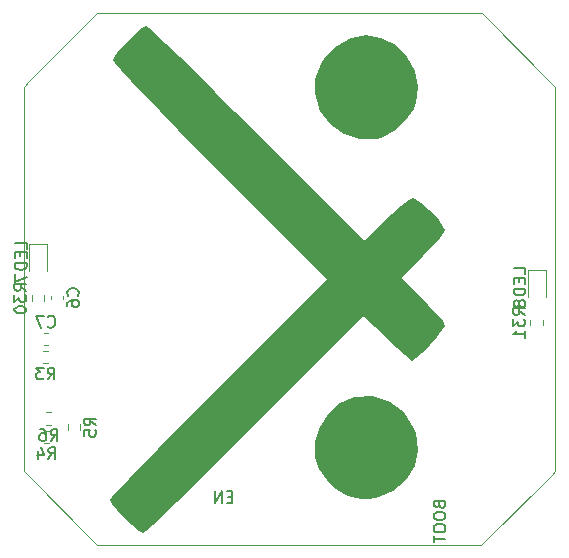
<source format=gbo>
G04 #@! TF.GenerationSoftware,KiCad,Pcbnew,9.0.1*
G04 #@! TF.CreationDate,2025-04-25T12:08:24+05:30*
G04 #@! TF.ProjectId,esp32_quad_baro_bootser_nousb_BMP,65737033-325f-4717-9561-645f6261726f,rev?*
G04 #@! TF.SameCoordinates,Original*
G04 #@! TF.FileFunction,Legend,Bot*
G04 #@! TF.FilePolarity,Positive*
%FSLAX46Y46*%
G04 Gerber Fmt 4.6, Leading zero omitted, Abs format (unit mm)*
G04 Created by KiCad (PCBNEW 9.0.1) date 2025-04-25 12:08:24*
%MOMM*%
%LPD*%
G01*
G04 APERTURE LIST*
%ADD10C,0.150000*%
%ADD11C,0.120000*%
%ADD12C,0.000000*%
G04 #@! TA.AperFunction,Profile*
%ADD13C,0.025400*%
G04 #@! TD*
G04 APERTURE END LIST*
D10*
X126053220Y-104956009D02*
X125719887Y-104956009D01*
X125577030Y-105479819D02*
X126053220Y-105479819D01*
X126053220Y-105479819D02*
X126053220Y-104479819D01*
X126053220Y-104479819D02*
X125577030Y-104479819D01*
X125148458Y-105479819D02*
X125148458Y-104479819D01*
X125148458Y-104479819D02*
X124577030Y-105479819D01*
X124577030Y-105479819D02*
X124577030Y-104479819D01*
X143576009Y-105640112D02*
X143623628Y-105782969D01*
X143623628Y-105782969D02*
X143671247Y-105830588D01*
X143671247Y-105830588D02*
X143766485Y-105878207D01*
X143766485Y-105878207D02*
X143909342Y-105878207D01*
X143909342Y-105878207D02*
X144004580Y-105830588D01*
X144004580Y-105830588D02*
X144052200Y-105782969D01*
X144052200Y-105782969D02*
X144099819Y-105687731D01*
X144099819Y-105687731D02*
X144099819Y-105306779D01*
X144099819Y-105306779D02*
X143099819Y-105306779D01*
X143099819Y-105306779D02*
X143099819Y-105640112D01*
X143099819Y-105640112D02*
X143147438Y-105735350D01*
X143147438Y-105735350D02*
X143195057Y-105782969D01*
X143195057Y-105782969D02*
X143290295Y-105830588D01*
X143290295Y-105830588D02*
X143385533Y-105830588D01*
X143385533Y-105830588D02*
X143480771Y-105782969D01*
X143480771Y-105782969D02*
X143528390Y-105735350D01*
X143528390Y-105735350D02*
X143576009Y-105640112D01*
X143576009Y-105640112D02*
X143576009Y-105306779D01*
X143099819Y-106497255D02*
X143099819Y-106687731D01*
X143099819Y-106687731D02*
X143147438Y-106782969D01*
X143147438Y-106782969D02*
X143242676Y-106878207D01*
X143242676Y-106878207D02*
X143433152Y-106925826D01*
X143433152Y-106925826D02*
X143766485Y-106925826D01*
X143766485Y-106925826D02*
X143956961Y-106878207D01*
X143956961Y-106878207D02*
X144052200Y-106782969D01*
X144052200Y-106782969D02*
X144099819Y-106687731D01*
X144099819Y-106687731D02*
X144099819Y-106497255D01*
X144099819Y-106497255D02*
X144052200Y-106402017D01*
X144052200Y-106402017D02*
X143956961Y-106306779D01*
X143956961Y-106306779D02*
X143766485Y-106259160D01*
X143766485Y-106259160D02*
X143433152Y-106259160D01*
X143433152Y-106259160D02*
X143242676Y-106306779D01*
X143242676Y-106306779D02*
X143147438Y-106402017D01*
X143147438Y-106402017D02*
X143099819Y-106497255D01*
X143099819Y-107544874D02*
X143099819Y-107735350D01*
X143099819Y-107735350D02*
X143147438Y-107830588D01*
X143147438Y-107830588D02*
X143242676Y-107925826D01*
X143242676Y-107925826D02*
X143433152Y-107973445D01*
X143433152Y-107973445D02*
X143766485Y-107973445D01*
X143766485Y-107973445D02*
X143956961Y-107925826D01*
X143956961Y-107925826D02*
X144052200Y-107830588D01*
X144052200Y-107830588D02*
X144099819Y-107735350D01*
X144099819Y-107735350D02*
X144099819Y-107544874D01*
X144099819Y-107544874D02*
X144052200Y-107449636D01*
X144052200Y-107449636D02*
X143956961Y-107354398D01*
X143956961Y-107354398D02*
X143766485Y-107306779D01*
X143766485Y-107306779D02*
X143433152Y-107306779D01*
X143433152Y-107306779D02*
X143242676Y-107354398D01*
X143242676Y-107354398D02*
X143147438Y-107449636D01*
X143147438Y-107449636D02*
X143099819Y-107544874D01*
X143099819Y-108259160D02*
X143099819Y-108830588D01*
X144099819Y-108544874D02*
X143099819Y-108544874D01*
X110431666Y-90539580D02*
X110479285Y-90587200D01*
X110479285Y-90587200D02*
X110622142Y-90634819D01*
X110622142Y-90634819D02*
X110717380Y-90634819D01*
X110717380Y-90634819D02*
X110860237Y-90587200D01*
X110860237Y-90587200D02*
X110955475Y-90491961D01*
X110955475Y-90491961D02*
X111003094Y-90396723D01*
X111003094Y-90396723D02*
X111050713Y-90206247D01*
X111050713Y-90206247D02*
X111050713Y-90063390D01*
X111050713Y-90063390D02*
X111003094Y-89872914D01*
X111003094Y-89872914D02*
X110955475Y-89777676D01*
X110955475Y-89777676D02*
X110860237Y-89682438D01*
X110860237Y-89682438D02*
X110717380Y-89634819D01*
X110717380Y-89634819D02*
X110622142Y-89634819D01*
X110622142Y-89634819D02*
X110479285Y-89682438D01*
X110479285Y-89682438D02*
X110431666Y-89730057D01*
X110098332Y-89634819D02*
X109431666Y-89634819D01*
X109431666Y-89634819D02*
X109860237Y-90634819D01*
X108634819Y-83943452D02*
X108634819Y-83467262D01*
X108634819Y-83467262D02*
X107634819Y-83467262D01*
X108111009Y-84276786D02*
X108111009Y-84610119D01*
X108634819Y-84752976D02*
X108634819Y-84276786D01*
X108634819Y-84276786D02*
X107634819Y-84276786D01*
X107634819Y-84276786D02*
X107634819Y-84752976D01*
X108634819Y-85181548D02*
X107634819Y-85181548D01*
X107634819Y-85181548D02*
X107634819Y-85419643D01*
X107634819Y-85419643D02*
X107682438Y-85562500D01*
X107682438Y-85562500D02*
X107777676Y-85657738D01*
X107777676Y-85657738D02*
X107872914Y-85705357D01*
X107872914Y-85705357D02*
X108063390Y-85752976D01*
X108063390Y-85752976D02*
X108206247Y-85752976D01*
X108206247Y-85752976D02*
X108396723Y-85705357D01*
X108396723Y-85705357D02*
X108491961Y-85657738D01*
X108491961Y-85657738D02*
X108587200Y-85562500D01*
X108587200Y-85562500D02*
X108634819Y-85419643D01*
X108634819Y-85419643D02*
X108634819Y-85181548D01*
X107634819Y-86086310D02*
X107634819Y-86752976D01*
X107634819Y-86752976D02*
X108634819Y-86324405D01*
X110481666Y-101774819D02*
X110814999Y-101298628D01*
X111053094Y-101774819D02*
X111053094Y-100774819D01*
X111053094Y-100774819D02*
X110672142Y-100774819D01*
X110672142Y-100774819D02*
X110576904Y-100822438D01*
X110576904Y-100822438D02*
X110529285Y-100870057D01*
X110529285Y-100870057D02*
X110481666Y-100965295D01*
X110481666Y-100965295D02*
X110481666Y-101108152D01*
X110481666Y-101108152D02*
X110529285Y-101203390D01*
X110529285Y-101203390D02*
X110576904Y-101251009D01*
X110576904Y-101251009D02*
X110672142Y-101298628D01*
X110672142Y-101298628D02*
X111053094Y-101298628D01*
X109624523Y-101108152D02*
X109624523Y-101774819D01*
X109862618Y-100727200D02*
X110100713Y-101441485D01*
X110100713Y-101441485D02*
X109481666Y-101441485D01*
X114504819Y-98908333D02*
X114028628Y-98575000D01*
X114504819Y-98336905D02*
X113504819Y-98336905D01*
X113504819Y-98336905D02*
X113504819Y-98717857D01*
X113504819Y-98717857D02*
X113552438Y-98813095D01*
X113552438Y-98813095D02*
X113600057Y-98860714D01*
X113600057Y-98860714D02*
X113695295Y-98908333D01*
X113695295Y-98908333D02*
X113838152Y-98908333D01*
X113838152Y-98908333D02*
X113933390Y-98860714D01*
X113933390Y-98860714D02*
X113981009Y-98813095D01*
X113981009Y-98813095D02*
X114028628Y-98717857D01*
X114028628Y-98717857D02*
X114028628Y-98336905D01*
X113504819Y-99813095D02*
X113504819Y-99336905D01*
X113504819Y-99336905D02*
X113981009Y-99289286D01*
X113981009Y-99289286D02*
X113933390Y-99336905D01*
X113933390Y-99336905D02*
X113885771Y-99432143D01*
X113885771Y-99432143D02*
X113885771Y-99670238D01*
X113885771Y-99670238D02*
X113933390Y-99765476D01*
X113933390Y-99765476D02*
X113981009Y-99813095D01*
X113981009Y-99813095D02*
X114076247Y-99860714D01*
X114076247Y-99860714D02*
X114314342Y-99860714D01*
X114314342Y-99860714D02*
X114409580Y-99813095D01*
X114409580Y-99813095D02*
X114457200Y-99765476D01*
X114457200Y-99765476D02*
X114504819Y-99670238D01*
X114504819Y-99670238D02*
X114504819Y-99432143D01*
X114504819Y-99432143D02*
X114457200Y-99336905D01*
X114457200Y-99336905D02*
X114409580Y-99289286D01*
X112979580Y-87928333D02*
X113027200Y-87880714D01*
X113027200Y-87880714D02*
X113074819Y-87737857D01*
X113074819Y-87737857D02*
X113074819Y-87642619D01*
X113074819Y-87642619D02*
X113027200Y-87499762D01*
X113027200Y-87499762D02*
X112931961Y-87404524D01*
X112931961Y-87404524D02*
X112836723Y-87356905D01*
X112836723Y-87356905D02*
X112646247Y-87309286D01*
X112646247Y-87309286D02*
X112503390Y-87309286D01*
X112503390Y-87309286D02*
X112312914Y-87356905D01*
X112312914Y-87356905D02*
X112217676Y-87404524D01*
X112217676Y-87404524D02*
X112122438Y-87499762D01*
X112122438Y-87499762D02*
X112074819Y-87642619D01*
X112074819Y-87642619D02*
X112074819Y-87737857D01*
X112074819Y-87737857D02*
X112122438Y-87880714D01*
X112122438Y-87880714D02*
X112170057Y-87928333D01*
X112074819Y-88785476D02*
X112074819Y-88595000D01*
X112074819Y-88595000D02*
X112122438Y-88499762D01*
X112122438Y-88499762D02*
X112170057Y-88452143D01*
X112170057Y-88452143D02*
X112312914Y-88356905D01*
X112312914Y-88356905D02*
X112503390Y-88309286D01*
X112503390Y-88309286D02*
X112884342Y-88309286D01*
X112884342Y-88309286D02*
X112979580Y-88356905D01*
X112979580Y-88356905D02*
X113027200Y-88404524D01*
X113027200Y-88404524D02*
X113074819Y-88499762D01*
X113074819Y-88499762D02*
X113074819Y-88690238D01*
X113074819Y-88690238D02*
X113027200Y-88785476D01*
X113027200Y-88785476D02*
X112979580Y-88833095D01*
X112979580Y-88833095D02*
X112884342Y-88880714D01*
X112884342Y-88880714D02*
X112646247Y-88880714D01*
X112646247Y-88880714D02*
X112551009Y-88833095D01*
X112551009Y-88833095D02*
X112503390Y-88785476D01*
X112503390Y-88785476D02*
X112455771Y-88690238D01*
X112455771Y-88690238D02*
X112455771Y-88499762D01*
X112455771Y-88499762D02*
X112503390Y-88404524D01*
X112503390Y-88404524D02*
X112551009Y-88356905D01*
X112551009Y-88356905D02*
X112646247Y-88309286D01*
X108604819Y-87512142D02*
X108128628Y-87178809D01*
X108604819Y-86940714D02*
X107604819Y-86940714D01*
X107604819Y-86940714D02*
X107604819Y-87321666D01*
X107604819Y-87321666D02*
X107652438Y-87416904D01*
X107652438Y-87416904D02*
X107700057Y-87464523D01*
X107700057Y-87464523D02*
X107795295Y-87512142D01*
X107795295Y-87512142D02*
X107938152Y-87512142D01*
X107938152Y-87512142D02*
X108033390Y-87464523D01*
X108033390Y-87464523D02*
X108081009Y-87416904D01*
X108081009Y-87416904D02*
X108128628Y-87321666D01*
X108128628Y-87321666D02*
X108128628Y-86940714D01*
X107604819Y-87845476D02*
X107604819Y-88464523D01*
X107604819Y-88464523D02*
X107985771Y-88131190D01*
X107985771Y-88131190D02*
X107985771Y-88274047D01*
X107985771Y-88274047D02*
X108033390Y-88369285D01*
X108033390Y-88369285D02*
X108081009Y-88416904D01*
X108081009Y-88416904D02*
X108176247Y-88464523D01*
X108176247Y-88464523D02*
X108414342Y-88464523D01*
X108414342Y-88464523D02*
X108509580Y-88416904D01*
X108509580Y-88416904D02*
X108557200Y-88369285D01*
X108557200Y-88369285D02*
X108604819Y-88274047D01*
X108604819Y-88274047D02*
X108604819Y-87988333D01*
X108604819Y-87988333D02*
X108557200Y-87893095D01*
X108557200Y-87893095D02*
X108509580Y-87845476D01*
X107604819Y-89083571D02*
X107604819Y-89178809D01*
X107604819Y-89178809D02*
X107652438Y-89274047D01*
X107652438Y-89274047D02*
X107700057Y-89321666D01*
X107700057Y-89321666D02*
X107795295Y-89369285D01*
X107795295Y-89369285D02*
X107985771Y-89416904D01*
X107985771Y-89416904D02*
X108223866Y-89416904D01*
X108223866Y-89416904D02*
X108414342Y-89369285D01*
X108414342Y-89369285D02*
X108509580Y-89321666D01*
X108509580Y-89321666D02*
X108557200Y-89274047D01*
X108557200Y-89274047D02*
X108604819Y-89178809D01*
X108604819Y-89178809D02*
X108604819Y-89083571D01*
X108604819Y-89083571D02*
X108557200Y-88988333D01*
X108557200Y-88988333D02*
X108509580Y-88940714D01*
X108509580Y-88940714D02*
X108414342Y-88893095D01*
X108414342Y-88893095D02*
X108223866Y-88845476D01*
X108223866Y-88845476D02*
X107985771Y-88845476D01*
X107985771Y-88845476D02*
X107795295Y-88893095D01*
X107795295Y-88893095D02*
X107700057Y-88940714D01*
X107700057Y-88940714D02*
X107652438Y-88988333D01*
X107652438Y-88988333D02*
X107604819Y-89083571D01*
X150834819Y-89577142D02*
X150358628Y-89243809D01*
X150834819Y-89005714D02*
X149834819Y-89005714D01*
X149834819Y-89005714D02*
X149834819Y-89386666D01*
X149834819Y-89386666D02*
X149882438Y-89481904D01*
X149882438Y-89481904D02*
X149930057Y-89529523D01*
X149930057Y-89529523D02*
X150025295Y-89577142D01*
X150025295Y-89577142D02*
X150168152Y-89577142D01*
X150168152Y-89577142D02*
X150263390Y-89529523D01*
X150263390Y-89529523D02*
X150311009Y-89481904D01*
X150311009Y-89481904D02*
X150358628Y-89386666D01*
X150358628Y-89386666D02*
X150358628Y-89005714D01*
X149834819Y-89910476D02*
X149834819Y-90529523D01*
X149834819Y-90529523D02*
X150215771Y-90196190D01*
X150215771Y-90196190D02*
X150215771Y-90339047D01*
X150215771Y-90339047D02*
X150263390Y-90434285D01*
X150263390Y-90434285D02*
X150311009Y-90481904D01*
X150311009Y-90481904D02*
X150406247Y-90529523D01*
X150406247Y-90529523D02*
X150644342Y-90529523D01*
X150644342Y-90529523D02*
X150739580Y-90481904D01*
X150739580Y-90481904D02*
X150787200Y-90434285D01*
X150787200Y-90434285D02*
X150834819Y-90339047D01*
X150834819Y-90339047D02*
X150834819Y-90053333D01*
X150834819Y-90053333D02*
X150787200Y-89958095D01*
X150787200Y-89958095D02*
X150739580Y-89910476D01*
X150834819Y-91481904D02*
X150834819Y-90910476D01*
X150834819Y-91196190D02*
X149834819Y-91196190D01*
X149834819Y-91196190D02*
X149977676Y-91100952D01*
X149977676Y-91100952D02*
X150072914Y-91005714D01*
X150072914Y-91005714D02*
X150120533Y-90910476D01*
X150864819Y-86108452D02*
X150864819Y-85632262D01*
X150864819Y-85632262D02*
X149864819Y-85632262D01*
X150341009Y-86441786D02*
X150341009Y-86775119D01*
X150864819Y-86917976D02*
X150864819Y-86441786D01*
X150864819Y-86441786D02*
X149864819Y-86441786D01*
X149864819Y-86441786D02*
X149864819Y-86917976D01*
X150864819Y-87346548D02*
X149864819Y-87346548D01*
X149864819Y-87346548D02*
X149864819Y-87584643D01*
X149864819Y-87584643D02*
X149912438Y-87727500D01*
X149912438Y-87727500D02*
X150007676Y-87822738D01*
X150007676Y-87822738D02*
X150102914Y-87870357D01*
X150102914Y-87870357D02*
X150293390Y-87917976D01*
X150293390Y-87917976D02*
X150436247Y-87917976D01*
X150436247Y-87917976D02*
X150626723Y-87870357D01*
X150626723Y-87870357D02*
X150721961Y-87822738D01*
X150721961Y-87822738D02*
X150817200Y-87727500D01*
X150817200Y-87727500D02*
X150864819Y-87584643D01*
X150864819Y-87584643D02*
X150864819Y-87346548D01*
X150293390Y-88489405D02*
X150245771Y-88394167D01*
X150245771Y-88394167D02*
X150198152Y-88346548D01*
X150198152Y-88346548D02*
X150102914Y-88298929D01*
X150102914Y-88298929D02*
X150055295Y-88298929D01*
X150055295Y-88298929D02*
X149960057Y-88346548D01*
X149960057Y-88346548D02*
X149912438Y-88394167D01*
X149912438Y-88394167D02*
X149864819Y-88489405D01*
X149864819Y-88489405D02*
X149864819Y-88679881D01*
X149864819Y-88679881D02*
X149912438Y-88775119D01*
X149912438Y-88775119D02*
X149960057Y-88822738D01*
X149960057Y-88822738D02*
X150055295Y-88870357D01*
X150055295Y-88870357D02*
X150102914Y-88870357D01*
X150102914Y-88870357D02*
X150198152Y-88822738D01*
X150198152Y-88822738D02*
X150245771Y-88775119D01*
X150245771Y-88775119D02*
X150293390Y-88679881D01*
X150293390Y-88679881D02*
X150293390Y-88489405D01*
X150293390Y-88489405D02*
X150341009Y-88394167D01*
X150341009Y-88394167D02*
X150388628Y-88346548D01*
X150388628Y-88346548D02*
X150483866Y-88298929D01*
X150483866Y-88298929D02*
X150674342Y-88298929D01*
X150674342Y-88298929D02*
X150769580Y-88346548D01*
X150769580Y-88346548D02*
X150817200Y-88394167D01*
X150817200Y-88394167D02*
X150864819Y-88489405D01*
X150864819Y-88489405D02*
X150864819Y-88679881D01*
X150864819Y-88679881D02*
X150817200Y-88775119D01*
X150817200Y-88775119D02*
X150769580Y-88822738D01*
X150769580Y-88822738D02*
X150674342Y-88870357D01*
X150674342Y-88870357D02*
X150483866Y-88870357D01*
X150483866Y-88870357D02*
X150388628Y-88822738D01*
X150388628Y-88822738D02*
X150341009Y-88775119D01*
X150341009Y-88775119D02*
X150293390Y-88679881D01*
X110666666Y-100224819D02*
X110999999Y-99748628D01*
X111238094Y-100224819D02*
X111238094Y-99224819D01*
X111238094Y-99224819D02*
X110857142Y-99224819D01*
X110857142Y-99224819D02*
X110761904Y-99272438D01*
X110761904Y-99272438D02*
X110714285Y-99320057D01*
X110714285Y-99320057D02*
X110666666Y-99415295D01*
X110666666Y-99415295D02*
X110666666Y-99558152D01*
X110666666Y-99558152D02*
X110714285Y-99653390D01*
X110714285Y-99653390D02*
X110761904Y-99701009D01*
X110761904Y-99701009D02*
X110857142Y-99748628D01*
X110857142Y-99748628D02*
X111238094Y-99748628D01*
X109809523Y-99224819D02*
X109999999Y-99224819D01*
X109999999Y-99224819D02*
X110095237Y-99272438D01*
X110095237Y-99272438D02*
X110142856Y-99320057D01*
X110142856Y-99320057D02*
X110238094Y-99462914D01*
X110238094Y-99462914D02*
X110285713Y-99653390D01*
X110285713Y-99653390D02*
X110285713Y-100034342D01*
X110285713Y-100034342D02*
X110238094Y-100129580D01*
X110238094Y-100129580D02*
X110190475Y-100177200D01*
X110190475Y-100177200D02*
X110095237Y-100224819D01*
X110095237Y-100224819D02*
X109904761Y-100224819D01*
X109904761Y-100224819D02*
X109809523Y-100177200D01*
X109809523Y-100177200D02*
X109761904Y-100129580D01*
X109761904Y-100129580D02*
X109714285Y-100034342D01*
X109714285Y-100034342D02*
X109714285Y-99796247D01*
X109714285Y-99796247D02*
X109761904Y-99701009D01*
X109761904Y-99701009D02*
X109809523Y-99653390D01*
X109809523Y-99653390D02*
X109904761Y-99605771D01*
X109904761Y-99605771D02*
X110095237Y-99605771D01*
X110095237Y-99605771D02*
X110190475Y-99653390D01*
X110190475Y-99653390D02*
X110238094Y-99701009D01*
X110238094Y-99701009D02*
X110285713Y-99796247D01*
X110411666Y-95024819D02*
X110744999Y-94548628D01*
X110983094Y-95024819D02*
X110983094Y-94024819D01*
X110983094Y-94024819D02*
X110602142Y-94024819D01*
X110602142Y-94024819D02*
X110506904Y-94072438D01*
X110506904Y-94072438D02*
X110459285Y-94120057D01*
X110459285Y-94120057D02*
X110411666Y-94215295D01*
X110411666Y-94215295D02*
X110411666Y-94358152D01*
X110411666Y-94358152D02*
X110459285Y-94453390D01*
X110459285Y-94453390D02*
X110506904Y-94501009D01*
X110506904Y-94501009D02*
X110602142Y-94548628D01*
X110602142Y-94548628D02*
X110983094Y-94548628D01*
X110078332Y-94024819D02*
X109459285Y-94024819D01*
X109459285Y-94024819D02*
X109792618Y-94405771D01*
X109792618Y-94405771D02*
X109649761Y-94405771D01*
X109649761Y-94405771D02*
X109554523Y-94453390D01*
X109554523Y-94453390D02*
X109506904Y-94501009D01*
X109506904Y-94501009D02*
X109459285Y-94596247D01*
X109459285Y-94596247D02*
X109459285Y-94834342D01*
X109459285Y-94834342D02*
X109506904Y-94929580D01*
X109506904Y-94929580D02*
X109554523Y-94977200D01*
X109554523Y-94977200D02*
X109649761Y-95024819D01*
X109649761Y-95024819D02*
X109935475Y-95024819D01*
X109935475Y-95024819D02*
X110030713Y-94977200D01*
X110030713Y-94977200D02*
X110078332Y-94929580D01*
D11*
X110124420Y-91100000D02*
X110405580Y-91100000D01*
X110124420Y-92120000D02*
X110405580Y-92120000D01*
D12*
G36*
X138660260Y-66098187D02*
G01*
X139892801Y-66737068D01*
X140876294Y-67709812D01*
X141538721Y-68918025D01*
X141808067Y-70263312D01*
X141612314Y-71647279D01*
X141421329Y-72099509D01*
X140710146Y-73129769D01*
X139765769Y-73999307D01*
X138768297Y-74525839D01*
X138332775Y-74633331D01*
X136891164Y-74662648D01*
X135520179Y-74242040D01*
X134349752Y-73427157D01*
X133509810Y-72273647D01*
X133403855Y-72046463D01*
X133013922Y-70787161D01*
X133064590Y-69603953D01*
X133558192Y-68305659D01*
X133932558Y-67716562D01*
X134921962Y-66770765D01*
X136136769Y-66124464D01*
X137398426Y-65889977D01*
X138660260Y-66098187D01*
G37*
G36*
X139395284Y-96899907D02*
G01*
X140550610Y-97772753D01*
X141386985Y-99058212D01*
X141586347Y-99589519D01*
X141784538Y-101035843D01*
X141502884Y-102391935D01*
X140785436Y-103574037D01*
X139676245Y-104498388D01*
X138219362Y-105081230D01*
X137549181Y-105188563D01*
X137003404Y-105182246D01*
X136560476Y-105079870D01*
X135861438Y-104914941D01*
X135660175Y-104849923D01*
X134858129Y-104340830D01*
X134062863Y-103531776D01*
X133417616Y-102588638D01*
X133065626Y-101677291D01*
X133055461Y-100350721D01*
X133459717Y-99042525D01*
X134197928Y-97884885D01*
X135188736Y-97005250D01*
X136350783Y-96531065D01*
X136390307Y-96523788D01*
X137986639Y-96472607D01*
X139395284Y-96899907D01*
G37*
G36*
X118753148Y-65073433D02*
G01*
X118999061Y-65263381D01*
X119587034Y-65799036D01*
X120478699Y-66643181D01*
X121635690Y-67758601D01*
X123019640Y-69108079D01*
X124592182Y-70654399D01*
X126314950Y-72360347D01*
X128149578Y-74188706D01*
X137267837Y-83304007D01*
X139101445Y-81484450D01*
X139566759Y-81034692D01*
X140352811Y-80330625D01*
X140973106Y-79845559D01*
X141323362Y-79664893D01*
X141509069Y-79718189D01*
X142048835Y-80075823D01*
X142708475Y-80654390D01*
X143350218Y-81317216D01*
X143836295Y-81927626D01*
X144028936Y-82348947D01*
X143973291Y-82505546D01*
X143615748Y-83024807D01*
X143000187Y-83754664D01*
X142212247Y-84589495D01*
X140395558Y-86420213D01*
X142212247Y-88250930D01*
X142659329Y-88713468D01*
X143363237Y-89499475D01*
X143848265Y-90120104D01*
X144028936Y-90470904D01*
X144028742Y-90477244D01*
X143842105Y-90840737D01*
X143386989Y-91430668D01*
X142783644Y-92116586D01*
X142152320Y-92768040D01*
X141613267Y-93254576D01*
X141286735Y-93445745D01*
X141144302Y-93363353D01*
X140670990Y-92976397D01*
X139966070Y-92344696D01*
X139121133Y-91548490D01*
X137151028Y-89651235D01*
X127958028Y-98844234D01*
X127870212Y-98932039D01*
X126033031Y-100763462D01*
X124310023Y-102470914D01*
X122739293Y-104017343D01*
X121358951Y-105365693D01*
X120207103Y-106478911D01*
X119321858Y-107319943D01*
X118741322Y-107851736D01*
X118503605Y-108037234D01*
X118498071Y-108037044D01*
X118158053Y-107843369D01*
X117595583Y-107371043D01*
X116937432Y-106745886D01*
X116310370Y-106093715D01*
X115841168Y-105540349D01*
X115656596Y-105211605D01*
X115657034Y-105208433D01*
X115859962Y-104949887D01*
X116407435Y-104350448D01*
X117262402Y-103448304D01*
X118387813Y-102281639D01*
X119746618Y-100888639D01*
X121301766Y-99307490D01*
X123016208Y-97576377D01*
X124852893Y-95733487D01*
X134049191Y-86534291D01*
X124988000Y-77427360D01*
X123175154Y-75598669D01*
X121475513Y-73871136D01*
X119935206Y-72292486D01*
X118591467Y-70901496D01*
X117481526Y-69736945D01*
X116642615Y-68837612D01*
X116111965Y-68242273D01*
X115926809Y-67989709D01*
X116108380Y-67634684D01*
X116571808Y-67055512D01*
X117192511Y-66381215D01*
X117845902Y-65740376D01*
X118407399Y-65261578D01*
X118752416Y-65073404D01*
X118753148Y-65073433D01*
G37*
D11*
X108875000Y-83577500D02*
X108875000Y-85862500D01*
X110345000Y-83577500D02*
X108875000Y-83577500D01*
X110345000Y-85862500D02*
X110345000Y-83577500D01*
X110552258Y-99367500D02*
X110077742Y-99367500D01*
X110552258Y-100412500D02*
X110077742Y-100412500D01*
X112097500Y-98837742D02*
X112097500Y-99312258D01*
X113142500Y-98837742D02*
X113142500Y-99312258D01*
X110680000Y-87954420D02*
X110680000Y-88235580D01*
X111700000Y-87954420D02*
X111700000Y-88235580D01*
X109057500Y-88392258D02*
X109057500Y-87917742D01*
X110102500Y-88392258D02*
X110102500Y-87917742D01*
X151287500Y-90457258D02*
X151287500Y-89982742D01*
X152332500Y-90457258D02*
X152332500Y-89982742D01*
X151105000Y-85742500D02*
X151105000Y-88027500D01*
X152575000Y-85742500D02*
X151105000Y-85742500D01*
X152575000Y-88027500D02*
X152575000Y-85742500D01*
X110737258Y-97817500D02*
X110262742Y-97817500D01*
X110737258Y-98862500D02*
X110262742Y-98862500D01*
X110482258Y-92617500D02*
X110007742Y-92617500D01*
X110482258Y-93662500D02*
X110007742Y-93662500D01*
D13*
X122647460Y-109008420D02*
X119947440Y-109008420D01*
X108397550Y-101116380D02*
X108397550Y-102768910D01*
X141847570Y-109008420D02*
X147090000Y-109008420D01*
X108397550Y-70248020D02*
X108860000Y-69790000D01*
X108397550Y-75400410D02*
X108397550Y-97616520D01*
X139147550Y-109008420D02*
X141847570Y-109008420D01*
X114637060Y-64008510D02*
X113940000Y-64690000D01*
X108397550Y-97616520D02*
X108397550Y-101116380D01*
X113970000Y-108460000D02*
X114637060Y-109008420D01*
X123247410Y-64008510D02*
X138547610Y-64008510D01*
X153397460Y-71900540D02*
X153397460Y-70248020D01*
X147157950Y-64008510D02*
X153397460Y-70248020D01*
X108397550Y-102768910D02*
X108840000Y-103230000D01*
X153397460Y-102768910D02*
X153080000Y-103120000D01*
X108397550Y-70248020D02*
X108397550Y-71900540D01*
X147090000Y-109008420D02*
X153080000Y-103120000D01*
X153397460Y-97616520D02*
X153397460Y-75400410D01*
X113940000Y-64690000D02*
X108860000Y-69790000D01*
X139147550Y-109008420D02*
X122647460Y-109008420D01*
X153397460Y-102768910D02*
X153397460Y-101116380D01*
X153397460Y-71900540D02*
X153397460Y-75400410D01*
X108840000Y-103230000D02*
X113970000Y-108460000D01*
X147157950Y-64008510D02*
X138547610Y-64008510D01*
X123247410Y-64008510D02*
X114637060Y-64008510D01*
X114637060Y-109008420D02*
X119947440Y-109008420D01*
X153397460Y-97616520D02*
X153397460Y-101116380D01*
X108397550Y-75400410D02*
X108397550Y-71900540D01*
M02*

</source>
